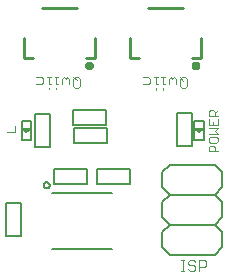
<source format=gbr>
G04 EAGLE Gerber RS-274X export*
G75*
%MOMM*%
%FSLAX34Y34*%
%LPD*%
%AMOC8*
5,1,8,0,0,1.08239X$1,22.5*%
G01*
%ADD10C,0.101600*%
%ADD11C,0.076200*%
%ADD12C,0.127000*%
%ADD13C,0.152400*%
%ADD14C,0.400000*%
%ADD15C,0.254000*%
%ADD16C,0.203200*%


D10*
X163068Y933523D02*
X163068Y927422D01*
X161543Y925896D01*
X158492Y925896D01*
X156967Y927422D01*
X156967Y933523D01*
X158492Y935048D01*
X161543Y935048D01*
X163068Y933523D01*
X160017Y931997D02*
X156967Y935048D01*
X153713Y933523D02*
X153713Y928947D01*
X153713Y933523D02*
X152188Y935048D01*
X150662Y933523D01*
X149137Y935048D01*
X147612Y933523D01*
X147612Y928947D01*
X144358Y928947D02*
X142832Y928947D01*
X142832Y935048D01*
X141307Y935048D02*
X144358Y935048D01*
X142832Y925896D02*
X142832Y924371D01*
X138121Y928947D02*
X136596Y928947D01*
X136596Y935048D01*
X138121Y935048D02*
X135070Y935048D01*
X136596Y925896D02*
X136596Y924371D01*
X130359Y928947D02*
X125783Y928947D01*
X130359Y928947D02*
X131884Y930472D01*
X131884Y933523D01*
X130359Y935048D01*
X125783Y935048D01*
D11*
X181477Y872183D02*
X188849Y872183D01*
X181477Y872183D02*
X181477Y875869D01*
X182705Y877098D01*
X185163Y877098D01*
X186392Y875869D01*
X186392Y872183D01*
X181477Y880896D02*
X181477Y883353D01*
X181477Y880896D02*
X182705Y879667D01*
X187620Y879667D01*
X188849Y880896D01*
X188849Y883353D01*
X187620Y884582D01*
X182705Y884582D01*
X181477Y883353D01*
X181477Y887151D02*
X188849Y887151D01*
X186392Y889609D01*
X188849Y892066D01*
X181477Y892066D01*
X181477Y894635D02*
X181477Y899550D01*
X181477Y894635D02*
X188849Y894635D01*
X188849Y899550D01*
X185163Y897093D02*
X185163Y894635D01*
X188849Y902120D02*
X181477Y902120D01*
X181477Y905806D01*
X182705Y907034D01*
X185163Y907034D01*
X186392Y905806D01*
X186392Y902120D01*
X186392Y904577D02*
X188849Y907034D01*
X17653Y888693D02*
X10281Y888693D01*
X17653Y888693D02*
X17653Y893608D01*
D10*
X72644Y927676D02*
X72644Y933777D01*
X72644Y927676D02*
X71119Y926150D01*
X68068Y926150D01*
X66543Y927676D01*
X66543Y933777D01*
X68068Y935302D01*
X71119Y935302D01*
X72644Y933777D01*
X69593Y932251D02*
X66543Y935302D01*
X63289Y933777D02*
X63289Y929201D01*
X63289Y933777D02*
X61764Y935302D01*
X60238Y933777D01*
X58713Y935302D01*
X57188Y933777D01*
X57188Y929201D01*
X53934Y929201D02*
X52408Y929201D01*
X52408Y935302D01*
X50883Y935302D02*
X53934Y935302D01*
X52408Y926150D02*
X52408Y924625D01*
X47697Y929201D02*
X46172Y929201D01*
X46172Y935302D01*
X47697Y935302D02*
X44646Y935302D01*
X46172Y926150D02*
X46172Y924625D01*
X39935Y929201D02*
X35359Y929201D01*
X39935Y929201D02*
X41460Y930726D01*
X41460Y933777D01*
X39935Y935302D01*
X35359Y935302D01*
X157734Y771144D02*
X160785Y771144D01*
X159259Y771144D02*
X159259Y780296D01*
X157734Y780296D02*
X160785Y780296D01*
X168547Y780296D02*
X170072Y778771D01*
X168547Y780296D02*
X165496Y780296D01*
X163971Y778771D01*
X163971Y777245D01*
X165496Y775720D01*
X168547Y775720D01*
X170072Y774195D01*
X170072Y772669D01*
X168547Y771144D01*
X165496Y771144D01*
X163971Y772669D01*
X173326Y771144D02*
X173326Y780296D01*
X177902Y780296D01*
X179427Y778771D01*
X179427Y775720D01*
X177902Y774195D01*
X173326Y774195D01*
D12*
X114390Y857560D02*
X86450Y857560D01*
X114390Y857560D02*
X114390Y844860D01*
X86450Y844860D01*
X86450Y857560D01*
X177000Y882000D02*
X177000Y898000D01*
X177000Y882000D02*
X169000Y882000D01*
X169000Y898000D01*
X177000Y898000D01*
X176810Y891270D02*
X169190Y891270D01*
X171095Y890000D01*
X173000Y888730D01*
X174905Y890000D01*
X176810Y891270D01*
X175540Y890635D02*
X170460Y890635D01*
X171095Y890000D02*
X174905Y890000D01*
X31000Y898000D02*
X31000Y882000D01*
X23000Y882000D01*
X23000Y898000D01*
X31000Y898000D01*
X30810Y891270D02*
X23190Y891270D01*
X25095Y890000D01*
X27000Y888730D01*
X28905Y890000D01*
X30810Y891270D01*
X29540Y890635D02*
X24460Y890635D01*
X25095Y890000D02*
X28905Y890000D01*
D13*
X141876Y854418D02*
X148226Y860768D01*
X141876Y841718D02*
X148226Y835368D01*
X141876Y829018D01*
X141876Y816318D02*
X148226Y809968D01*
X148226Y860768D02*
X186326Y860768D01*
X192676Y854418D01*
X192676Y841718D01*
X186326Y835368D01*
X192676Y829018D01*
X192676Y816318D01*
X186326Y809968D01*
X186326Y835368D02*
X148226Y835368D01*
X148226Y809968D02*
X186326Y809968D01*
X141876Y816318D02*
X141876Y829018D01*
X141876Y841718D02*
X141876Y854418D01*
X148226Y809968D02*
X141876Y803618D01*
X141876Y790918D02*
X148226Y784568D01*
X186326Y809968D02*
X192676Y803618D01*
X192676Y790918D01*
X186326Y784568D01*
X148226Y784568D01*
X141876Y790918D02*
X141876Y803618D01*
D14*
X168586Y945000D02*
X168588Y945075D01*
X168594Y945149D01*
X168604Y945223D01*
X168617Y945296D01*
X168635Y945369D01*
X168656Y945440D01*
X168681Y945511D01*
X168710Y945580D01*
X168743Y945647D01*
X168779Y945712D01*
X168818Y945776D01*
X168860Y945837D01*
X168906Y945896D01*
X168955Y945953D01*
X169007Y946006D01*
X169061Y946057D01*
X169118Y946106D01*
X169178Y946150D01*
X169240Y946192D01*
X169304Y946231D01*
X169370Y946266D01*
X169437Y946297D01*
X169507Y946325D01*
X169577Y946349D01*
X169649Y946370D01*
X169722Y946386D01*
X169795Y946399D01*
X169870Y946408D01*
X169944Y946413D01*
X170019Y946414D01*
X170093Y946411D01*
X170168Y946404D01*
X170241Y946393D01*
X170315Y946379D01*
X170387Y946360D01*
X170458Y946338D01*
X170528Y946312D01*
X170597Y946282D01*
X170663Y946249D01*
X170728Y946212D01*
X170791Y946172D01*
X170852Y946128D01*
X170910Y946082D01*
X170966Y946032D01*
X171019Y945980D01*
X171070Y945925D01*
X171117Y945867D01*
X171161Y945807D01*
X171202Y945744D01*
X171240Y945680D01*
X171274Y945614D01*
X171305Y945545D01*
X171332Y945476D01*
X171355Y945405D01*
X171374Y945333D01*
X171390Y945260D01*
X171402Y945186D01*
X171410Y945112D01*
X171414Y945037D01*
X171414Y944963D01*
X171410Y944888D01*
X171402Y944814D01*
X171390Y944740D01*
X171374Y944667D01*
X171355Y944595D01*
X171332Y944524D01*
X171305Y944455D01*
X171274Y944386D01*
X171240Y944320D01*
X171202Y944256D01*
X171161Y944193D01*
X171117Y944133D01*
X171070Y944075D01*
X171019Y944020D01*
X170966Y943968D01*
X170910Y943918D01*
X170852Y943872D01*
X170791Y943828D01*
X170728Y943788D01*
X170663Y943751D01*
X170597Y943718D01*
X170528Y943688D01*
X170458Y943662D01*
X170387Y943640D01*
X170315Y943621D01*
X170241Y943607D01*
X170168Y943596D01*
X170093Y943589D01*
X170019Y943586D01*
X169944Y943587D01*
X169870Y943592D01*
X169795Y943601D01*
X169722Y943614D01*
X169649Y943630D01*
X169577Y943651D01*
X169507Y943675D01*
X169437Y943703D01*
X169370Y943734D01*
X169304Y943769D01*
X169240Y943808D01*
X169178Y943850D01*
X169118Y943894D01*
X169061Y943943D01*
X169007Y943994D01*
X168955Y944047D01*
X168906Y944104D01*
X168860Y944163D01*
X168818Y944224D01*
X168779Y944288D01*
X168743Y944353D01*
X168710Y944420D01*
X168681Y944489D01*
X168656Y944560D01*
X168635Y944631D01*
X168617Y944704D01*
X168604Y944777D01*
X168594Y944851D01*
X168588Y944925D01*
X168586Y945000D01*
D15*
X160000Y994000D02*
X130000Y994000D01*
X175000Y968000D02*
X175000Y951500D01*
X122500Y951500D02*
X115000Y951500D01*
X115000Y968000D01*
X167500Y951500D02*
X175000Y951500D01*
D12*
X154388Y904326D02*
X154388Y876386D01*
X154388Y904326D02*
X167088Y904326D01*
X167088Y876386D01*
X154388Y876386D01*
X34080Y875592D02*
X34080Y903532D01*
X46780Y903532D01*
X46780Y875592D01*
X34080Y875592D01*
X66838Y894290D02*
X94778Y894290D01*
X66838Y894290D02*
X66838Y906990D01*
X94778Y906990D01*
X94778Y894290D01*
X95000Y879494D02*
X67060Y879494D01*
X67060Y892194D01*
X95000Y892194D01*
X95000Y879494D01*
D16*
X99862Y789838D02*
X48816Y789838D01*
X48816Y837078D02*
X99862Y837078D01*
X41764Y843621D02*
X41766Y843721D01*
X41772Y843822D01*
X41782Y843921D01*
X41796Y844021D01*
X41813Y844120D01*
X41835Y844218D01*
X41861Y844315D01*
X41890Y844411D01*
X41923Y844505D01*
X41960Y844599D01*
X42000Y844691D01*
X42044Y844781D01*
X42092Y844869D01*
X42143Y844956D01*
X42197Y845040D01*
X42255Y845122D01*
X42316Y845202D01*
X42380Y845279D01*
X42447Y845354D01*
X42517Y845426D01*
X42590Y845495D01*
X42665Y845561D01*
X42743Y845625D01*
X42823Y845685D01*
X42906Y845742D01*
X42991Y845795D01*
X43078Y845845D01*
X43167Y845892D01*
X43257Y845935D01*
X43349Y845975D01*
X43443Y846011D01*
X43538Y846043D01*
X43634Y846071D01*
X43732Y846096D01*
X43830Y846116D01*
X43929Y846133D01*
X44029Y846146D01*
X44128Y846155D01*
X44229Y846160D01*
X44329Y846161D01*
X44429Y846158D01*
X44530Y846151D01*
X44629Y846140D01*
X44729Y846125D01*
X44827Y846107D01*
X44925Y846084D01*
X45022Y846057D01*
X45117Y846027D01*
X45212Y845993D01*
X45305Y845955D01*
X45396Y845914D01*
X45486Y845869D01*
X45574Y845821D01*
X45660Y845769D01*
X45744Y845714D01*
X45825Y845655D01*
X45904Y845593D01*
X45981Y845529D01*
X46055Y845461D01*
X46126Y845390D01*
X46195Y845317D01*
X46260Y845241D01*
X46323Y845162D01*
X46382Y845081D01*
X46438Y844998D01*
X46491Y844913D01*
X46540Y844825D01*
X46586Y844736D01*
X46628Y844645D01*
X46667Y844552D01*
X46702Y844458D01*
X46733Y844363D01*
X46761Y844266D01*
X46784Y844169D01*
X46804Y844070D01*
X46820Y843971D01*
X46832Y843872D01*
X46840Y843771D01*
X46844Y843671D01*
X46844Y843571D01*
X46840Y843471D01*
X46832Y843370D01*
X46820Y843271D01*
X46804Y843172D01*
X46784Y843073D01*
X46761Y842976D01*
X46733Y842879D01*
X46702Y842784D01*
X46667Y842690D01*
X46628Y842597D01*
X46586Y842506D01*
X46540Y842417D01*
X46491Y842329D01*
X46438Y842244D01*
X46382Y842161D01*
X46323Y842080D01*
X46260Y842001D01*
X46195Y841925D01*
X46126Y841852D01*
X46055Y841781D01*
X45981Y841713D01*
X45904Y841649D01*
X45825Y841587D01*
X45744Y841528D01*
X45660Y841473D01*
X45574Y841421D01*
X45486Y841373D01*
X45396Y841328D01*
X45305Y841287D01*
X45212Y841249D01*
X45117Y841215D01*
X45022Y841185D01*
X44925Y841158D01*
X44827Y841135D01*
X44729Y841117D01*
X44629Y841102D01*
X44530Y841091D01*
X44429Y841084D01*
X44329Y841081D01*
X44229Y841082D01*
X44128Y841087D01*
X44029Y841096D01*
X43929Y841109D01*
X43830Y841126D01*
X43732Y841146D01*
X43634Y841171D01*
X43538Y841199D01*
X43443Y841231D01*
X43349Y841267D01*
X43257Y841307D01*
X43167Y841350D01*
X43078Y841397D01*
X42991Y841447D01*
X42906Y841500D01*
X42823Y841557D01*
X42743Y841617D01*
X42665Y841681D01*
X42590Y841747D01*
X42517Y841816D01*
X42447Y841888D01*
X42380Y841963D01*
X42316Y842040D01*
X42255Y842120D01*
X42197Y842202D01*
X42143Y842286D01*
X42092Y842373D01*
X42044Y842461D01*
X42000Y842551D01*
X41960Y842643D01*
X41923Y842737D01*
X41890Y842831D01*
X41861Y842927D01*
X41835Y843024D01*
X41813Y843122D01*
X41796Y843221D01*
X41782Y843321D01*
X41772Y843420D01*
X41766Y843521D01*
X41764Y843621D01*
D12*
X9934Y828508D02*
X9934Y800568D01*
X9934Y828508D02*
X22634Y828508D01*
X22634Y800568D01*
X9934Y800568D01*
D14*
X78586Y945000D02*
X78588Y945075D01*
X78594Y945149D01*
X78604Y945223D01*
X78617Y945296D01*
X78635Y945369D01*
X78656Y945440D01*
X78681Y945511D01*
X78710Y945580D01*
X78743Y945647D01*
X78779Y945712D01*
X78818Y945776D01*
X78860Y945837D01*
X78906Y945896D01*
X78955Y945953D01*
X79007Y946006D01*
X79061Y946057D01*
X79118Y946106D01*
X79178Y946150D01*
X79240Y946192D01*
X79304Y946231D01*
X79370Y946266D01*
X79437Y946297D01*
X79507Y946325D01*
X79577Y946349D01*
X79649Y946370D01*
X79722Y946386D01*
X79795Y946399D01*
X79870Y946408D01*
X79944Y946413D01*
X80019Y946414D01*
X80093Y946411D01*
X80168Y946404D01*
X80241Y946393D01*
X80315Y946379D01*
X80387Y946360D01*
X80458Y946338D01*
X80528Y946312D01*
X80597Y946282D01*
X80663Y946249D01*
X80728Y946212D01*
X80791Y946172D01*
X80852Y946128D01*
X80910Y946082D01*
X80966Y946032D01*
X81019Y945980D01*
X81070Y945925D01*
X81117Y945867D01*
X81161Y945807D01*
X81202Y945744D01*
X81240Y945680D01*
X81274Y945614D01*
X81305Y945545D01*
X81332Y945476D01*
X81355Y945405D01*
X81374Y945333D01*
X81390Y945260D01*
X81402Y945186D01*
X81410Y945112D01*
X81414Y945037D01*
X81414Y944963D01*
X81410Y944888D01*
X81402Y944814D01*
X81390Y944740D01*
X81374Y944667D01*
X81355Y944595D01*
X81332Y944524D01*
X81305Y944455D01*
X81274Y944386D01*
X81240Y944320D01*
X81202Y944256D01*
X81161Y944193D01*
X81117Y944133D01*
X81070Y944075D01*
X81019Y944020D01*
X80966Y943968D01*
X80910Y943918D01*
X80852Y943872D01*
X80791Y943828D01*
X80728Y943788D01*
X80663Y943751D01*
X80597Y943718D01*
X80528Y943688D01*
X80458Y943662D01*
X80387Y943640D01*
X80315Y943621D01*
X80241Y943607D01*
X80168Y943596D01*
X80093Y943589D01*
X80019Y943586D01*
X79944Y943587D01*
X79870Y943592D01*
X79795Y943601D01*
X79722Y943614D01*
X79649Y943630D01*
X79577Y943651D01*
X79507Y943675D01*
X79437Y943703D01*
X79370Y943734D01*
X79304Y943769D01*
X79240Y943808D01*
X79178Y943850D01*
X79118Y943894D01*
X79061Y943943D01*
X79007Y943994D01*
X78955Y944047D01*
X78906Y944104D01*
X78860Y944163D01*
X78818Y944224D01*
X78779Y944288D01*
X78743Y944353D01*
X78710Y944420D01*
X78681Y944489D01*
X78656Y944560D01*
X78635Y944631D01*
X78617Y944704D01*
X78604Y944777D01*
X78594Y944851D01*
X78588Y944925D01*
X78586Y945000D01*
D15*
X70000Y994000D02*
X40000Y994000D01*
X85000Y968000D02*
X85000Y951500D01*
X32500Y951500D02*
X25000Y951500D01*
X25000Y968000D01*
X77500Y951500D02*
X85000Y951500D01*
D12*
X77978Y857504D02*
X50038Y857504D01*
X77978Y857504D02*
X77978Y844804D01*
X50038Y844804D01*
X50038Y857504D01*
M02*

</source>
